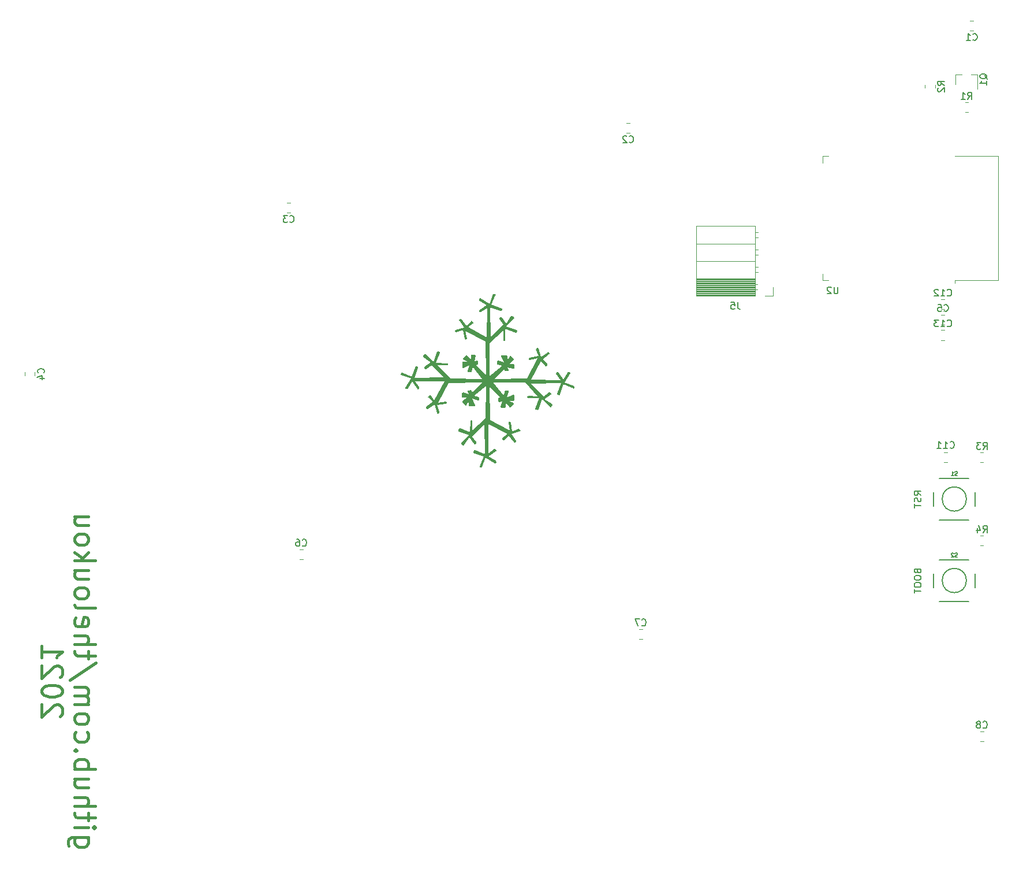
<source format=gbr>
%TF.GenerationSoftware,KiCad,Pcbnew,8.0.5*%
%TF.CreationDate,2024-11-10T11:17:44+01:00*%
%TF.ProjectId,xmasTree,786d6173-5472-4656-952e-6b696361645f,rev?*%
%TF.SameCoordinates,Original*%
%TF.FileFunction,Legend,Bot*%
%TF.FilePolarity,Positive*%
%FSLAX46Y46*%
G04 Gerber Fmt 4.6, Leading zero omitted, Abs format (unit mm)*
G04 Created by KiCad (PCBNEW 8.0.5) date 2024-11-10 11:17:44*
%MOMM*%
%LPD*%
G01*
G04 APERTURE LIST*
%ADD10C,0.400000*%
%ADD11C,0.150000*%
%ADD12C,0.127000*%
%ADD13C,0.200000*%
%ADD14C,0.120000*%
%ADD15C,0.203200*%
G04 APERTURE END LIST*
D10*
X89915858Y-146072544D02*
X87487287Y-146072544D01*
X87487287Y-146072544D02*
X87201573Y-146215401D01*
X87201573Y-146215401D02*
X87058716Y-146358258D01*
X87058716Y-146358258D02*
X86915858Y-146643972D01*
X86915858Y-146643972D02*
X86915858Y-147072544D01*
X86915858Y-147072544D02*
X87058716Y-147358258D01*
X88058716Y-146072544D02*
X87915858Y-146358258D01*
X87915858Y-146358258D02*
X87915858Y-146929686D01*
X87915858Y-146929686D02*
X88058716Y-147215401D01*
X88058716Y-147215401D02*
X88201573Y-147358258D01*
X88201573Y-147358258D02*
X88487287Y-147501115D01*
X88487287Y-147501115D02*
X89344430Y-147501115D01*
X89344430Y-147501115D02*
X89630144Y-147358258D01*
X89630144Y-147358258D02*
X89773001Y-147215401D01*
X89773001Y-147215401D02*
X89915858Y-146929686D01*
X89915858Y-146929686D02*
X89915858Y-146358258D01*
X89915858Y-146358258D02*
X89773001Y-146072544D01*
X87915858Y-144643972D02*
X89915858Y-144643972D01*
X90915858Y-144643972D02*
X90773001Y-144786829D01*
X90773001Y-144786829D02*
X90630144Y-144643972D01*
X90630144Y-144643972D02*
X90773001Y-144501115D01*
X90773001Y-144501115D02*
X90915858Y-144643972D01*
X90915858Y-144643972D02*
X90630144Y-144643972D01*
X89915858Y-143643972D02*
X89915858Y-142501115D01*
X90915858Y-143215401D02*
X88344430Y-143215401D01*
X88344430Y-143215401D02*
X88058716Y-143072544D01*
X88058716Y-143072544D02*
X87915858Y-142786829D01*
X87915858Y-142786829D02*
X87915858Y-142501115D01*
X87915858Y-141501115D02*
X90915858Y-141501115D01*
X87915858Y-140215401D02*
X89487287Y-140215401D01*
X89487287Y-140215401D02*
X89773001Y-140358258D01*
X89773001Y-140358258D02*
X89915858Y-140643972D01*
X89915858Y-140643972D02*
X89915858Y-141072543D01*
X89915858Y-141072543D02*
X89773001Y-141358258D01*
X89773001Y-141358258D02*
X89630144Y-141501115D01*
X89915858Y-137501115D02*
X87915858Y-137501115D01*
X89915858Y-138786829D02*
X88344430Y-138786829D01*
X88344430Y-138786829D02*
X88058716Y-138643972D01*
X88058716Y-138643972D02*
X87915858Y-138358257D01*
X87915858Y-138358257D02*
X87915858Y-137929686D01*
X87915858Y-137929686D02*
X88058716Y-137643972D01*
X88058716Y-137643972D02*
X88201573Y-137501115D01*
X87915858Y-136072543D02*
X90915858Y-136072543D01*
X89773001Y-136072543D02*
X89915858Y-135786829D01*
X89915858Y-135786829D02*
X89915858Y-135215400D01*
X89915858Y-135215400D02*
X89773001Y-134929686D01*
X89773001Y-134929686D02*
X89630144Y-134786829D01*
X89630144Y-134786829D02*
X89344430Y-134643971D01*
X89344430Y-134643971D02*
X88487287Y-134643971D01*
X88487287Y-134643971D02*
X88201573Y-134786829D01*
X88201573Y-134786829D02*
X88058716Y-134929686D01*
X88058716Y-134929686D02*
X87915858Y-135215400D01*
X87915858Y-135215400D02*
X87915858Y-135786829D01*
X87915858Y-135786829D02*
X88058716Y-136072543D01*
X88201573Y-133358257D02*
X88058716Y-133215400D01*
X88058716Y-133215400D02*
X87915858Y-133358257D01*
X87915858Y-133358257D02*
X88058716Y-133501114D01*
X88058716Y-133501114D02*
X88201573Y-133358257D01*
X88201573Y-133358257D02*
X87915858Y-133358257D01*
X88058716Y-130643972D02*
X87915858Y-130929686D01*
X87915858Y-130929686D02*
X87915858Y-131501114D01*
X87915858Y-131501114D02*
X88058716Y-131786829D01*
X88058716Y-131786829D02*
X88201573Y-131929686D01*
X88201573Y-131929686D02*
X88487287Y-132072543D01*
X88487287Y-132072543D02*
X89344430Y-132072543D01*
X89344430Y-132072543D02*
X89630144Y-131929686D01*
X89630144Y-131929686D02*
X89773001Y-131786829D01*
X89773001Y-131786829D02*
X89915858Y-131501114D01*
X89915858Y-131501114D02*
X89915858Y-130929686D01*
X89915858Y-130929686D02*
X89773001Y-130643972D01*
X87915858Y-128929685D02*
X88058716Y-129215400D01*
X88058716Y-129215400D02*
X88201573Y-129358257D01*
X88201573Y-129358257D02*
X88487287Y-129501114D01*
X88487287Y-129501114D02*
X89344430Y-129501114D01*
X89344430Y-129501114D02*
X89630144Y-129358257D01*
X89630144Y-129358257D02*
X89773001Y-129215400D01*
X89773001Y-129215400D02*
X89915858Y-128929685D01*
X89915858Y-128929685D02*
X89915858Y-128501114D01*
X89915858Y-128501114D02*
X89773001Y-128215400D01*
X89773001Y-128215400D02*
X89630144Y-128072543D01*
X89630144Y-128072543D02*
X89344430Y-127929685D01*
X89344430Y-127929685D02*
X88487287Y-127929685D01*
X88487287Y-127929685D02*
X88201573Y-128072543D01*
X88201573Y-128072543D02*
X88058716Y-128215400D01*
X88058716Y-128215400D02*
X87915858Y-128501114D01*
X87915858Y-128501114D02*
X87915858Y-128929685D01*
X87915858Y-126643971D02*
X89915858Y-126643971D01*
X89630144Y-126643971D02*
X89773001Y-126501114D01*
X89773001Y-126501114D02*
X89915858Y-126215399D01*
X89915858Y-126215399D02*
X89915858Y-125786828D01*
X89915858Y-125786828D02*
X89773001Y-125501114D01*
X89773001Y-125501114D02*
X89487287Y-125358257D01*
X89487287Y-125358257D02*
X87915858Y-125358257D01*
X89487287Y-125358257D02*
X89773001Y-125215399D01*
X89773001Y-125215399D02*
X89915858Y-124929685D01*
X89915858Y-124929685D02*
X89915858Y-124501114D01*
X89915858Y-124501114D02*
X89773001Y-124215399D01*
X89773001Y-124215399D02*
X89487287Y-124072542D01*
X89487287Y-124072542D02*
X87915858Y-124072542D01*
X91058716Y-120501114D02*
X87201573Y-123072542D01*
X89915858Y-119929685D02*
X89915858Y-118786828D01*
X90915858Y-119501114D02*
X88344430Y-119501114D01*
X88344430Y-119501114D02*
X88058716Y-119358257D01*
X88058716Y-119358257D02*
X87915858Y-119072542D01*
X87915858Y-119072542D02*
X87915858Y-118786828D01*
X87915858Y-117786828D02*
X90915858Y-117786828D01*
X87915858Y-116501114D02*
X89487287Y-116501114D01*
X89487287Y-116501114D02*
X89773001Y-116643971D01*
X89773001Y-116643971D02*
X89915858Y-116929685D01*
X89915858Y-116929685D02*
X89915858Y-117358256D01*
X89915858Y-117358256D02*
X89773001Y-117643971D01*
X89773001Y-117643971D02*
X89630144Y-117786828D01*
X88058716Y-113929685D02*
X87915858Y-114215399D01*
X87915858Y-114215399D02*
X87915858Y-114786828D01*
X87915858Y-114786828D02*
X88058716Y-115072542D01*
X88058716Y-115072542D02*
X88344430Y-115215399D01*
X88344430Y-115215399D02*
X89487287Y-115215399D01*
X89487287Y-115215399D02*
X89773001Y-115072542D01*
X89773001Y-115072542D02*
X89915858Y-114786828D01*
X89915858Y-114786828D02*
X89915858Y-114215399D01*
X89915858Y-114215399D02*
X89773001Y-113929685D01*
X89773001Y-113929685D02*
X89487287Y-113786828D01*
X89487287Y-113786828D02*
X89201573Y-113786828D01*
X89201573Y-113786828D02*
X88915858Y-115215399D01*
X87915858Y-112072541D02*
X88058716Y-112358256D01*
X88058716Y-112358256D02*
X88344430Y-112501113D01*
X88344430Y-112501113D02*
X90915858Y-112501113D01*
X87915858Y-110501112D02*
X88058716Y-110786827D01*
X88058716Y-110786827D02*
X88201573Y-110929684D01*
X88201573Y-110929684D02*
X88487287Y-111072541D01*
X88487287Y-111072541D02*
X89344430Y-111072541D01*
X89344430Y-111072541D02*
X89630144Y-110929684D01*
X89630144Y-110929684D02*
X89773001Y-110786827D01*
X89773001Y-110786827D02*
X89915858Y-110501112D01*
X89915858Y-110501112D02*
X89915858Y-110072541D01*
X89915858Y-110072541D02*
X89773001Y-109786827D01*
X89773001Y-109786827D02*
X89630144Y-109643970D01*
X89630144Y-109643970D02*
X89344430Y-109501112D01*
X89344430Y-109501112D02*
X88487287Y-109501112D01*
X88487287Y-109501112D02*
X88201573Y-109643970D01*
X88201573Y-109643970D02*
X88058716Y-109786827D01*
X88058716Y-109786827D02*
X87915858Y-110072541D01*
X87915858Y-110072541D02*
X87915858Y-110501112D01*
X89915858Y-106929684D02*
X87915858Y-106929684D01*
X89915858Y-108215398D02*
X88344430Y-108215398D01*
X88344430Y-108215398D02*
X88058716Y-108072541D01*
X88058716Y-108072541D02*
X87915858Y-107786826D01*
X87915858Y-107786826D02*
X87915858Y-107358255D01*
X87915858Y-107358255D02*
X88058716Y-107072541D01*
X88058716Y-107072541D02*
X88201573Y-106929684D01*
X87915858Y-105501112D02*
X90915858Y-105501112D01*
X89058716Y-105215398D02*
X87915858Y-104358255D01*
X89915858Y-104358255D02*
X88773001Y-105501112D01*
X87915858Y-102643969D02*
X88058716Y-102929684D01*
X88058716Y-102929684D02*
X88201573Y-103072541D01*
X88201573Y-103072541D02*
X88487287Y-103215398D01*
X88487287Y-103215398D02*
X89344430Y-103215398D01*
X89344430Y-103215398D02*
X89630144Y-103072541D01*
X89630144Y-103072541D02*
X89773001Y-102929684D01*
X89773001Y-102929684D02*
X89915858Y-102643969D01*
X89915858Y-102643969D02*
X89915858Y-102215398D01*
X89915858Y-102215398D02*
X89773001Y-101929684D01*
X89773001Y-101929684D02*
X89630144Y-101786827D01*
X89630144Y-101786827D02*
X89344430Y-101643969D01*
X89344430Y-101643969D02*
X88487287Y-101643969D01*
X88487287Y-101643969D02*
X88201573Y-101786827D01*
X88201573Y-101786827D02*
X88058716Y-101929684D01*
X88058716Y-101929684D02*
X87915858Y-102215398D01*
X87915858Y-102215398D02*
X87915858Y-102643969D01*
X89915858Y-99072541D02*
X87915858Y-99072541D01*
X89915858Y-100358255D02*
X88344430Y-100358255D01*
X88344430Y-100358255D02*
X88058716Y-100215398D01*
X88058716Y-100215398D02*
X87915858Y-99929683D01*
X87915858Y-99929683D02*
X87915858Y-99501112D01*
X87915858Y-99501112D02*
X88058716Y-99215398D01*
X88058716Y-99215398D02*
X88201573Y-99072541D01*
X85800312Y-128358257D02*
X85943169Y-128215400D01*
X85943169Y-128215400D02*
X86086026Y-127929686D01*
X86086026Y-127929686D02*
X86086026Y-127215400D01*
X86086026Y-127215400D02*
X85943169Y-126929686D01*
X85943169Y-126929686D02*
X85800312Y-126786828D01*
X85800312Y-126786828D02*
X85514598Y-126643971D01*
X85514598Y-126643971D02*
X85228884Y-126643971D01*
X85228884Y-126643971D02*
X84800312Y-126786828D01*
X84800312Y-126786828D02*
X83086026Y-128501114D01*
X83086026Y-128501114D02*
X83086026Y-126643971D01*
X86086026Y-124786828D02*
X86086026Y-124501114D01*
X86086026Y-124501114D02*
X85943169Y-124215400D01*
X85943169Y-124215400D02*
X85800312Y-124072543D01*
X85800312Y-124072543D02*
X85514598Y-123929685D01*
X85514598Y-123929685D02*
X84943169Y-123786828D01*
X84943169Y-123786828D02*
X84228884Y-123786828D01*
X84228884Y-123786828D02*
X83657455Y-123929685D01*
X83657455Y-123929685D02*
X83371741Y-124072543D01*
X83371741Y-124072543D02*
X83228884Y-124215400D01*
X83228884Y-124215400D02*
X83086026Y-124501114D01*
X83086026Y-124501114D02*
X83086026Y-124786828D01*
X83086026Y-124786828D02*
X83228884Y-125072543D01*
X83228884Y-125072543D02*
X83371741Y-125215400D01*
X83371741Y-125215400D02*
X83657455Y-125358257D01*
X83657455Y-125358257D02*
X84228884Y-125501114D01*
X84228884Y-125501114D02*
X84943169Y-125501114D01*
X84943169Y-125501114D02*
X85514598Y-125358257D01*
X85514598Y-125358257D02*
X85800312Y-125215400D01*
X85800312Y-125215400D02*
X85943169Y-125072543D01*
X85943169Y-125072543D02*
X86086026Y-124786828D01*
X85800312Y-122643971D02*
X85943169Y-122501114D01*
X85943169Y-122501114D02*
X86086026Y-122215400D01*
X86086026Y-122215400D02*
X86086026Y-121501114D01*
X86086026Y-121501114D02*
X85943169Y-121215400D01*
X85943169Y-121215400D02*
X85800312Y-121072542D01*
X85800312Y-121072542D02*
X85514598Y-120929685D01*
X85514598Y-120929685D02*
X85228884Y-120929685D01*
X85228884Y-120929685D02*
X84800312Y-121072542D01*
X84800312Y-121072542D02*
X83086026Y-122786828D01*
X83086026Y-122786828D02*
X83086026Y-120929685D01*
X83086026Y-118072542D02*
X83086026Y-119786828D01*
X83086026Y-118929685D02*
X86086026Y-118929685D01*
X86086026Y-118929685D02*
X85657455Y-119215399D01*
X85657455Y-119215399D02*
X85371741Y-119501114D01*
X85371741Y-119501114D02*
X85228884Y-119786828D01*
D11*
X185138333Y-67669819D02*
X185138333Y-68384104D01*
X185138333Y-68384104D02*
X185185952Y-68526961D01*
X185185952Y-68526961D02*
X185281190Y-68622200D01*
X185281190Y-68622200D02*
X185424047Y-68669819D01*
X185424047Y-68669819D02*
X185519285Y-68669819D01*
X184185952Y-67669819D02*
X184662142Y-67669819D01*
X184662142Y-67669819D02*
X184709761Y-68146009D01*
X184709761Y-68146009D02*
X184662142Y-68098390D01*
X184662142Y-68098390D02*
X184566904Y-68050771D01*
X184566904Y-68050771D02*
X184328809Y-68050771D01*
X184328809Y-68050771D02*
X184233571Y-68098390D01*
X184233571Y-68098390D02*
X184185952Y-68146009D01*
X184185952Y-68146009D02*
X184138333Y-68241247D01*
X184138333Y-68241247D02*
X184138333Y-68479342D01*
X184138333Y-68479342D02*
X184185952Y-68574580D01*
X184185952Y-68574580D02*
X184233571Y-68622200D01*
X184233571Y-68622200D02*
X184328809Y-68669819D01*
X184328809Y-68669819D02*
X184566904Y-68669819D01*
X184566904Y-68669819D02*
X184662142Y-68622200D01*
X184662142Y-68622200D02*
X184709761Y-68574580D01*
X199849904Y-65436819D02*
X199849904Y-66246342D01*
X199849904Y-66246342D02*
X199802285Y-66341580D01*
X199802285Y-66341580D02*
X199754666Y-66389200D01*
X199754666Y-66389200D02*
X199659428Y-66436819D01*
X199659428Y-66436819D02*
X199468952Y-66436819D01*
X199468952Y-66436819D02*
X199373714Y-66389200D01*
X199373714Y-66389200D02*
X199326095Y-66341580D01*
X199326095Y-66341580D02*
X199278476Y-66246342D01*
X199278476Y-66246342D02*
X199278476Y-65436819D01*
X198849904Y-65532057D02*
X198802285Y-65484438D01*
X198802285Y-65484438D02*
X198707047Y-65436819D01*
X198707047Y-65436819D02*
X198468952Y-65436819D01*
X198468952Y-65436819D02*
X198373714Y-65484438D01*
X198373714Y-65484438D02*
X198326095Y-65532057D01*
X198326095Y-65532057D02*
X198278476Y-65627295D01*
X198278476Y-65627295D02*
X198278476Y-65722533D01*
X198278476Y-65722533D02*
X198326095Y-65865390D01*
X198326095Y-65865390D02*
X198897523Y-66436819D01*
X198897523Y-66436819D02*
X198278476Y-66436819D01*
X215464819Y-35885333D02*
X214988628Y-35552000D01*
X215464819Y-35313905D02*
X214464819Y-35313905D01*
X214464819Y-35313905D02*
X214464819Y-35694857D01*
X214464819Y-35694857D02*
X214512438Y-35790095D01*
X214512438Y-35790095D02*
X214560057Y-35837714D01*
X214560057Y-35837714D02*
X214655295Y-35885333D01*
X214655295Y-35885333D02*
X214798152Y-35885333D01*
X214798152Y-35885333D02*
X214893390Y-35837714D01*
X214893390Y-35837714D02*
X214941009Y-35790095D01*
X214941009Y-35790095D02*
X214988628Y-35694857D01*
X214988628Y-35694857D02*
X214988628Y-35313905D01*
X214560057Y-36266286D02*
X214512438Y-36313905D01*
X214512438Y-36313905D02*
X214464819Y-36409143D01*
X214464819Y-36409143D02*
X214464819Y-36647238D01*
X214464819Y-36647238D02*
X214512438Y-36742476D01*
X214512438Y-36742476D02*
X214560057Y-36790095D01*
X214560057Y-36790095D02*
X214655295Y-36837714D01*
X214655295Y-36837714D02*
X214750533Y-36837714D01*
X214750533Y-36837714D02*
X214893390Y-36790095D01*
X214893390Y-36790095D02*
X215464819Y-36218667D01*
X215464819Y-36218667D02*
X215464819Y-36837714D01*
X219651966Y-29217580D02*
X219699585Y-29265200D01*
X219699585Y-29265200D02*
X219842442Y-29312819D01*
X219842442Y-29312819D02*
X219937680Y-29312819D01*
X219937680Y-29312819D02*
X220080537Y-29265200D01*
X220080537Y-29265200D02*
X220175775Y-29169961D01*
X220175775Y-29169961D02*
X220223394Y-29074723D01*
X220223394Y-29074723D02*
X220271013Y-28884247D01*
X220271013Y-28884247D02*
X220271013Y-28741390D01*
X220271013Y-28741390D02*
X220223394Y-28550914D01*
X220223394Y-28550914D02*
X220175775Y-28455676D01*
X220175775Y-28455676D02*
X220080537Y-28360438D01*
X220080537Y-28360438D02*
X219937680Y-28312819D01*
X219937680Y-28312819D02*
X219842442Y-28312819D01*
X219842442Y-28312819D02*
X219699585Y-28360438D01*
X219699585Y-28360438D02*
X219651966Y-28408057D01*
X218699585Y-29312819D02*
X219271013Y-29312819D01*
X218985299Y-29312819D02*
X218985299Y-28312819D01*
X218985299Y-28312819D02*
X219080537Y-28455676D01*
X219080537Y-28455676D02*
X219175775Y-28550914D01*
X219175775Y-28550914D02*
X219271013Y-28598533D01*
X169232966Y-44203580D02*
X169280585Y-44251200D01*
X169280585Y-44251200D02*
X169423442Y-44298819D01*
X169423442Y-44298819D02*
X169518680Y-44298819D01*
X169518680Y-44298819D02*
X169661537Y-44251200D01*
X169661537Y-44251200D02*
X169756775Y-44155961D01*
X169756775Y-44155961D02*
X169804394Y-44060723D01*
X169804394Y-44060723D02*
X169852013Y-43870247D01*
X169852013Y-43870247D02*
X169852013Y-43727390D01*
X169852013Y-43727390D02*
X169804394Y-43536914D01*
X169804394Y-43536914D02*
X169756775Y-43441676D01*
X169756775Y-43441676D02*
X169661537Y-43346438D01*
X169661537Y-43346438D02*
X169518680Y-43298819D01*
X169518680Y-43298819D02*
X169423442Y-43298819D01*
X169423442Y-43298819D02*
X169280585Y-43346438D01*
X169280585Y-43346438D02*
X169232966Y-43394057D01*
X168852013Y-43394057D02*
X168804394Y-43346438D01*
X168804394Y-43346438D02*
X168709156Y-43298819D01*
X168709156Y-43298819D02*
X168471061Y-43298819D01*
X168471061Y-43298819D02*
X168375823Y-43346438D01*
X168375823Y-43346438D02*
X168328204Y-43394057D01*
X168328204Y-43394057D02*
X168280585Y-43489295D01*
X168280585Y-43489295D02*
X168280585Y-43584533D01*
X168280585Y-43584533D02*
X168328204Y-43727390D01*
X168328204Y-43727390D02*
X168899632Y-44298819D01*
X168899632Y-44298819D02*
X168280585Y-44298819D01*
X221744057Y-34956761D02*
X221696438Y-34861523D01*
X221696438Y-34861523D02*
X221601200Y-34766285D01*
X221601200Y-34766285D02*
X221458342Y-34623428D01*
X221458342Y-34623428D02*
X221410723Y-34528190D01*
X221410723Y-34528190D02*
X221410723Y-34432952D01*
X221648819Y-34480571D02*
X221601200Y-34385333D01*
X221601200Y-34385333D02*
X221505961Y-34290095D01*
X221505961Y-34290095D02*
X221315485Y-34242476D01*
X221315485Y-34242476D02*
X220982152Y-34242476D01*
X220982152Y-34242476D02*
X220791676Y-34290095D01*
X220791676Y-34290095D02*
X220696438Y-34385333D01*
X220696438Y-34385333D02*
X220648819Y-34480571D01*
X220648819Y-34480571D02*
X220648819Y-34671047D01*
X220648819Y-34671047D02*
X220696438Y-34766285D01*
X220696438Y-34766285D02*
X220791676Y-34861523D01*
X220791676Y-34861523D02*
X220982152Y-34909142D01*
X220982152Y-34909142D02*
X221315485Y-34909142D01*
X221315485Y-34909142D02*
X221505961Y-34861523D01*
X221505961Y-34861523D02*
X221601200Y-34766285D01*
X221601200Y-34766285D02*
X221648819Y-34671047D01*
X221648819Y-34671047D02*
X221648819Y-34480571D01*
X221648819Y-35861523D02*
X221648819Y-35290095D01*
X221648819Y-35575809D02*
X220648819Y-35575809D01*
X220648819Y-35575809D02*
X220791676Y-35480571D01*
X220791676Y-35480571D02*
X220886914Y-35385333D01*
X220886914Y-35385333D02*
X220934533Y-35290095D01*
X121303166Y-103327580D02*
X121350785Y-103375200D01*
X121350785Y-103375200D02*
X121493642Y-103422819D01*
X121493642Y-103422819D02*
X121588880Y-103422819D01*
X121588880Y-103422819D02*
X121731737Y-103375200D01*
X121731737Y-103375200D02*
X121826975Y-103279961D01*
X121826975Y-103279961D02*
X121874594Y-103184723D01*
X121874594Y-103184723D02*
X121922213Y-102994247D01*
X121922213Y-102994247D02*
X121922213Y-102851390D01*
X121922213Y-102851390D02*
X121874594Y-102660914D01*
X121874594Y-102660914D02*
X121826975Y-102565676D01*
X121826975Y-102565676D02*
X121731737Y-102470438D01*
X121731737Y-102470438D02*
X121588880Y-102422819D01*
X121588880Y-102422819D02*
X121493642Y-102422819D01*
X121493642Y-102422819D02*
X121350785Y-102470438D01*
X121350785Y-102470438D02*
X121303166Y-102518057D01*
X120446023Y-102422819D02*
X120636499Y-102422819D01*
X120636499Y-102422819D02*
X120731737Y-102470438D01*
X120731737Y-102470438D02*
X120779356Y-102518057D01*
X120779356Y-102518057D02*
X120874594Y-102660914D01*
X120874594Y-102660914D02*
X120922213Y-102851390D01*
X120922213Y-102851390D02*
X120922213Y-103232342D01*
X120922213Y-103232342D02*
X120874594Y-103327580D01*
X120874594Y-103327580D02*
X120826975Y-103375200D01*
X120826975Y-103375200D02*
X120731737Y-103422819D01*
X120731737Y-103422819D02*
X120541261Y-103422819D01*
X120541261Y-103422819D02*
X120446023Y-103375200D01*
X120446023Y-103375200D02*
X120398404Y-103327580D01*
X120398404Y-103327580D02*
X120350785Y-103232342D01*
X120350785Y-103232342D02*
X120350785Y-102994247D01*
X120350785Y-102994247D02*
X120398404Y-102899009D01*
X120398404Y-102899009D02*
X120446023Y-102851390D01*
X120446023Y-102851390D02*
X120541261Y-102803771D01*
X120541261Y-102803771D02*
X120731737Y-102803771D01*
X120731737Y-102803771D02*
X120826975Y-102851390D01*
X120826975Y-102851390D02*
X120874594Y-102899009D01*
X120874594Y-102899009D02*
X120922213Y-102994247D01*
X171087166Y-115011580D02*
X171134785Y-115059200D01*
X171134785Y-115059200D02*
X171277642Y-115106819D01*
X171277642Y-115106819D02*
X171372880Y-115106819D01*
X171372880Y-115106819D02*
X171515737Y-115059200D01*
X171515737Y-115059200D02*
X171610975Y-114963961D01*
X171610975Y-114963961D02*
X171658594Y-114868723D01*
X171658594Y-114868723D02*
X171706213Y-114678247D01*
X171706213Y-114678247D02*
X171706213Y-114535390D01*
X171706213Y-114535390D02*
X171658594Y-114344914D01*
X171658594Y-114344914D02*
X171610975Y-114249676D01*
X171610975Y-114249676D02*
X171515737Y-114154438D01*
X171515737Y-114154438D02*
X171372880Y-114106819D01*
X171372880Y-114106819D02*
X171277642Y-114106819D01*
X171277642Y-114106819D02*
X171134785Y-114154438D01*
X171134785Y-114154438D02*
X171087166Y-114202057D01*
X170753832Y-114106819D02*
X170087166Y-114106819D01*
X170087166Y-114106819D02*
X170515737Y-115106819D01*
X221125166Y-129997580D02*
X221172785Y-130045200D01*
X221172785Y-130045200D02*
X221315642Y-130092819D01*
X221315642Y-130092819D02*
X221410880Y-130092819D01*
X221410880Y-130092819D02*
X221553737Y-130045200D01*
X221553737Y-130045200D02*
X221648975Y-129949961D01*
X221648975Y-129949961D02*
X221696594Y-129854723D01*
X221696594Y-129854723D02*
X221744213Y-129664247D01*
X221744213Y-129664247D02*
X221744213Y-129521390D01*
X221744213Y-129521390D02*
X221696594Y-129330914D01*
X221696594Y-129330914D02*
X221648975Y-129235676D01*
X221648975Y-129235676D02*
X221553737Y-129140438D01*
X221553737Y-129140438D02*
X221410880Y-129092819D01*
X221410880Y-129092819D02*
X221315642Y-129092819D01*
X221315642Y-129092819D02*
X221172785Y-129140438D01*
X221172785Y-129140438D02*
X221125166Y-129188057D01*
X220553737Y-129521390D02*
X220648975Y-129473771D01*
X220648975Y-129473771D02*
X220696594Y-129426152D01*
X220696594Y-129426152D02*
X220744213Y-129330914D01*
X220744213Y-129330914D02*
X220744213Y-129283295D01*
X220744213Y-129283295D02*
X220696594Y-129188057D01*
X220696594Y-129188057D02*
X220648975Y-129140438D01*
X220648975Y-129140438D02*
X220553737Y-129092819D01*
X220553737Y-129092819D02*
X220363261Y-129092819D01*
X220363261Y-129092819D02*
X220268023Y-129140438D01*
X220268023Y-129140438D02*
X220220404Y-129188057D01*
X220220404Y-129188057D02*
X220172785Y-129283295D01*
X220172785Y-129283295D02*
X220172785Y-129330914D01*
X220172785Y-129330914D02*
X220220404Y-129426152D01*
X220220404Y-129426152D02*
X220268023Y-129473771D01*
X220268023Y-129473771D02*
X220363261Y-129521390D01*
X220363261Y-129521390D02*
X220553737Y-129521390D01*
X220553737Y-129521390D02*
X220648975Y-129569009D01*
X220648975Y-129569009D02*
X220696594Y-129616628D01*
X220696594Y-129616628D02*
X220744213Y-129711866D01*
X220744213Y-129711866D02*
X220744213Y-129902342D01*
X220744213Y-129902342D02*
X220696594Y-129997580D01*
X220696594Y-129997580D02*
X220648975Y-130045200D01*
X220648975Y-130045200D02*
X220553737Y-130092819D01*
X220553737Y-130092819D02*
X220363261Y-130092819D01*
X220363261Y-130092819D02*
X220268023Y-130045200D01*
X220268023Y-130045200D02*
X220220404Y-129997580D01*
X220220404Y-129997580D02*
X220172785Y-129902342D01*
X220172785Y-129902342D02*
X220172785Y-129711866D01*
X220172785Y-129711866D02*
X220220404Y-129616628D01*
X220220404Y-129616628D02*
X220268023Y-129569009D01*
X220268023Y-129569009D02*
X220363261Y-129521390D01*
X221130666Y-89228819D02*
X221463999Y-88752628D01*
X221702094Y-89228819D02*
X221702094Y-88228819D01*
X221702094Y-88228819D02*
X221321142Y-88228819D01*
X221321142Y-88228819D02*
X221225904Y-88276438D01*
X221225904Y-88276438D02*
X221178285Y-88324057D01*
X221178285Y-88324057D02*
X221130666Y-88419295D01*
X221130666Y-88419295D02*
X221130666Y-88562152D01*
X221130666Y-88562152D02*
X221178285Y-88657390D01*
X221178285Y-88657390D02*
X221225904Y-88705009D01*
X221225904Y-88705009D02*
X221321142Y-88752628D01*
X221321142Y-88752628D02*
X221702094Y-88752628D01*
X220797332Y-88228819D02*
X220178285Y-88228819D01*
X220178285Y-88228819D02*
X220511618Y-88609771D01*
X220511618Y-88609771D02*
X220368761Y-88609771D01*
X220368761Y-88609771D02*
X220273523Y-88657390D01*
X220273523Y-88657390D02*
X220225904Y-88705009D01*
X220225904Y-88705009D02*
X220178285Y-88800247D01*
X220178285Y-88800247D02*
X220178285Y-89038342D01*
X220178285Y-89038342D02*
X220225904Y-89133580D01*
X220225904Y-89133580D02*
X220273523Y-89181200D01*
X220273523Y-89181200D02*
X220368761Y-89228819D01*
X220368761Y-89228819D02*
X220654475Y-89228819D01*
X220654475Y-89228819D02*
X220749713Y-89181200D01*
X220749713Y-89181200D02*
X220797332Y-89133580D01*
X83370380Y-78036033D02*
X83418000Y-77988414D01*
X83418000Y-77988414D02*
X83465619Y-77845557D01*
X83465619Y-77845557D02*
X83465619Y-77750319D01*
X83465619Y-77750319D02*
X83418000Y-77607462D01*
X83418000Y-77607462D02*
X83322761Y-77512224D01*
X83322761Y-77512224D02*
X83227523Y-77464605D01*
X83227523Y-77464605D02*
X83037047Y-77416986D01*
X83037047Y-77416986D02*
X82894190Y-77416986D01*
X82894190Y-77416986D02*
X82703714Y-77464605D01*
X82703714Y-77464605D02*
X82608476Y-77512224D01*
X82608476Y-77512224D02*
X82513238Y-77607462D01*
X82513238Y-77607462D02*
X82465619Y-77750319D01*
X82465619Y-77750319D02*
X82465619Y-77845557D01*
X82465619Y-77845557D02*
X82513238Y-77988414D01*
X82513238Y-77988414D02*
X82560857Y-78036033D01*
X82798952Y-78893176D02*
X83465619Y-78893176D01*
X82418000Y-78655081D02*
X83132285Y-78416986D01*
X83132285Y-78416986D02*
X83132285Y-79036033D01*
X215416666Y-68929580D02*
X215464285Y-68977200D01*
X215464285Y-68977200D02*
X215607142Y-69024819D01*
X215607142Y-69024819D02*
X215702380Y-69024819D01*
X215702380Y-69024819D02*
X215845237Y-68977200D01*
X215845237Y-68977200D02*
X215940475Y-68881961D01*
X215940475Y-68881961D02*
X215988094Y-68786723D01*
X215988094Y-68786723D02*
X216035713Y-68596247D01*
X216035713Y-68596247D02*
X216035713Y-68453390D01*
X216035713Y-68453390D02*
X215988094Y-68262914D01*
X215988094Y-68262914D02*
X215940475Y-68167676D01*
X215940475Y-68167676D02*
X215845237Y-68072438D01*
X215845237Y-68072438D02*
X215702380Y-68024819D01*
X215702380Y-68024819D02*
X215607142Y-68024819D01*
X215607142Y-68024819D02*
X215464285Y-68072438D01*
X215464285Y-68072438D02*
X215416666Y-68120057D01*
X214511904Y-68024819D02*
X214988094Y-68024819D01*
X214988094Y-68024819D02*
X215035713Y-68501009D01*
X215035713Y-68501009D02*
X214988094Y-68453390D01*
X214988094Y-68453390D02*
X214892856Y-68405771D01*
X214892856Y-68405771D02*
X214654761Y-68405771D01*
X214654761Y-68405771D02*
X214559523Y-68453390D01*
X214559523Y-68453390D02*
X214511904Y-68501009D01*
X214511904Y-68501009D02*
X214464285Y-68596247D01*
X214464285Y-68596247D02*
X214464285Y-68834342D01*
X214464285Y-68834342D02*
X214511904Y-68929580D01*
X214511904Y-68929580D02*
X214559523Y-68977200D01*
X214559523Y-68977200D02*
X214654761Y-69024819D01*
X214654761Y-69024819D02*
X214892856Y-69024819D01*
X214892856Y-69024819D02*
X214988094Y-68977200D01*
X214988094Y-68977200D02*
X215035713Y-68929580D01*
X218876666Y-37920819D02*
X219209999Y-37444628D01*
X219448094Y-37920819D02*
X219448094Y-36920819D01*
X219448094Y-36920819D02*
X219067142Y-36920819D01*
X219067142Y-36920819D02*
X218971904Y-36968438D01*
X218971904Y-36968438D02*
X218924285Y-37016057D01*
X218924285Y-37016057D02*
X218876666Y-37111295D01*
X218876666Y-37111295D02*
X218876666Y-37254152D01*
X218876666Y-37254152D02*
X218924285Y-37349390D01*
X218924285Y-37349390D02*
X218971904Y-37397009D01*
X218971904Y-37397009D02*
X219067142Y-37444628D01*
X219067142Y-37444628D02*
X219448094Y-37444628D01*
X217924285Y-37920819D02*
X218495713Y-37920819D01*
X218209999Y-37920819D02*
X218209999Y-36920819D01*
X218209999Y-36920819D02*
X218305237Y-37063676D01*
X218305237Y-37063676D02*
X218400475Y-37158914D01*
X218400475Y-37158914D02*
X218495713Y-37206533D01*
X119448966Y-55887580D02*
X119496585Y-55935200D01*
X119496585Y-55935200D02*
X119639442Y-55982819D01*
X119639442Y-55982819D02*
X119734680Y-55982819D01*
X119734680Y-55982819D02*
X119877537Y-55935200D01*
X119877537Y-55935200D02*
X119972775Y-55839961D01*
X119972775Y-55839961D02*
X120020394Y-55744723D01*
X120020394Y-55744723D02*
X120068013Y-55554247D01*
X120068013Y-55554247D02*
X120068013Y-55411390D01*
X120068013Y-55411390D02*
X120020394Y-55220914D01*
X120020394Y-55220914D02*
X119972775Y-55125676D01*
X119972775Y-55125676D02*
X119877537Y-55030438D01*
X119877537Y-55030438D02*
X119734680Y-54982819D01*
X119734680Y-54982819D02*
X119639442Y-54982819D01*
X119639442Y-54982819D02*
X119496585Y-55030438D01*
X119496585Y-55030438D02*
X119448966Y-55078057D01*
X119115632Y-54982819D02*
X118496585Y-54982819D01*
X118496585Y-54982819D02*
X118829918Y-55363771D01*
X118829918Y-55363771D02*
X118687061Y-55363771D01*
X118687061Y-55363771D02*
X118591823Y-55411390D01*
X118591823Y-55411390D02*
X118544204Y-55459009D01*
X118544204Y-55459009D02*
X118496585Y-55554247D01*
X118496585Y-55554247D02*
X118496585Y-55792342D01*
X118496585Y-55792342D02*
X118544204Y-55887580D01*
X118544204Y-55887580D02*
X118591823Y-55935200D01*
X118591823Y-55935200D02*
X118687061Y-55982819D01*
X118687061Y-55982819D02*
X118972775Y-55982819D01*
X118972775Y-55982819D02*
X119068013Y-55935200D01*
X119068013Y-55935200D02*
X119115632Y-55887580D01*
X221130666Y-101420819D02*
X221463999Y-100944628D01*
X221702094Y-101420819D02*
X221702094Y-100420819D01*
X221702094Y-100420819D02*
X221321142Y-100420819D01*
X221321142Y-100420819D02*
X221225904Y-100468438D01*
X221225904Y-100468438D02*
X221178285Y-100516057D01*
X221178285Y-100516057D02*
X221130666Y-100611295D01*
X221130666Y-100611295D02*
X221130666Y-100754152D01*
X221130666Y-100754152D02*
X221178285Y-100849390D01*
X221178285Y-100849390D02*
X221225904Y-100897009D01*
X221225904Y-100897009D02*
X221321142Y-100944628D01*
X221321142Y-100944628D02*
X221702094Y-100944628D01*
X220273523Y-100754152D02*
X220273523Y-101420819D01*
X220511618Y-100373200D02*
X220749713Y-101087485D01*
X220749713Y-101087485D02*
X220130666Y-101087485D01*
D12*
X217380456Y-93083380D02*
X217293371Y-93112408D01*
X217293371Y-93112408D02*
X217148228Y-93112408D01*
X217148228Y-93112408D02*
X217090171Y-93083380D01*
X217090171Y-93083380D02*
X217061142Y-93054351D01*
X217061142Y-93054351D02*
X217032113Y-92996294D01*
X217032113Y-92996294D02*
X217032113Y-92938237D01*
X217032113Y-92938237D02*
X217061142Y-92880180D01*
X217061142Y-92880180D02*
X217090171Y-92851151D01*
X217090171Y-92851151D02*
X217148228Y-92822122D01*
X217148228Y-92822122D02*
X217264342Y-92793094D01*
X217264342Y-92793094D02*
X217322399Y-92764065D01*
X217322399Y-92764065D02*
X217351428Y-92735037D01*
X217351428Y-92735037D02*
X217380456Y-92676980D01*
X217380456Y-92676980D02*
X217380456Y-92618922D01*
X217380456Y-92618922D02*
X217351428Y-92560865D01*
X217351428Y-92560865D02*
X217322399Y-92531837D01*
X217322399Y-92531837D02*
X217264342Y-92502808D01*
X217264342Y-92502808D02*
X217119199Y-92502808D01*
X217119199Y-92502808D02*
X217032113Y-92531837D01*
X216451542Y-93112408D02*
X216799885Y-93112408D01*
X216625714Y-93112408D02*
X216625714Y-92502808D01*
X216625714Y-92502808D02*
X216683771Y-92589894D01*
X216683771Y-92589894D02*
X216741828Y-92647951D01*
X216741828Y-92647951D02*
X216799885Y-92676980D01*
D13*
X212034219Y-95972380D02*
X211558028Y-95639047D01*
X212034219Y-95400952D02*
X211034219Y-95400952D01*
X211034219Y-95400952D02*
X211034219Y-95781904D01*
X211034219Y-95781904D02*
X211081838Y-95877142D01*
X211081838Y-95877142D02*
X211129457Y-95924761D01*
X211129457Y-95924761D02*
X211224695Y-95972380D01*
X211224695Y-95972380D02*
X211367552Y-95972380D01*
X211367552Y-95972380D02*
X211462790Y-95924761D01*
X211462790Y-95924761D02*
X211510409Y-95877142D01*
X211510409Y-95877142D02*
X211558028Y-95781904D01*
X211558028Y-95781904D02*
X211558028Y-95400952D01*
X211986600Y-96353333D02*
X212034219Y-96496190D01*
X212034219Y-96496190D02*
X212034219Y-96734285D01*
X212034219Y-96734285D02*
X211986600Y-96829523D01*
X211986600Y-96829523D02*
X211938980Y-96877142D01*
X211938980Y-96877142D02*
X211843742Y-96924761D01*
X211843742Y-96924761D02*
X211748504Y-96924761D01*
X211748504Y-96924761D02*
X211653266Y-96877142D01*
X211653266Y-96877142D02*
X211605647Y-96829523D01*
X211605647Y-96829523D02*
X211558028Y-96734285D01*
X211558028Y-96734285D02*
X211510409Y-96543809D01*
X211510409Y-96543809D02*
X211462790Y-96448571D01*
X211462790Y-96448571D02*
X211415171Y-96400952D01*
X211415171Y-96400952D02*
X211319933Y-96353333D01*
X211319933Y-96353333D02*
X211224695Y-96353333D01*
X211224695Y-96353333D02*
X211129457Y-96400952D01*
X211129457Y-96400952D02*
X211081838Y-96448571D01*
X211081838Y-96448571D02*
X211034219Y-96543809D01*
X211034219Y-96543809D02*
X211034219Y-96781904D01*
X211034219Y-96781904D02*
X211081838Y-96924761D01*
X211034219Y-97210476D02*
X211034219Y-97781904D01*
X212034219Y-97496190D02*
X211034219Y-97496190D01*
D12*
X217380456Y-105021380D02*
X217293371Y-105050408D01*
X217293371Y-105050408D02*
X217148228Y-105050408D01*
X217148228Y-105050408D02*
X217090171Y-105021380D01*
X217090171Y-105021380D02*
X217061142Y-104992351D01*
X217061142Y-104992351D02*
X217032113Y-104934294D01*
X217032113Y-104934294D02*
X217032113Y-104876237D01*
X217032113Y-104876237D02*
X217061142Y-104818180D01*
X217061142Y-104818180D02*
X217090171Y-104789151D01*
X217090171Y-104789151D02*
X217148228Y-104760122D01*
X217148228Y-104760122D02*
X217264342Y-104731094D01*
X217264342Y-104731094D02*
X217322399Y-104702065D01*
X217322399Y-104702065D02*
X217351428Y-104673037D01*
X217351428Y-104673037D02*
X217380456Y-104614980D01*
X217380456Y-104614980D02*
X217380456Y-104556922D01*
X217380456Y-104556922D02*
X217351428Y-104498865D01*
X217351428Y-104498865D02*
X217322399Y-104469837D01*
X217322399Y-104469837D02*
X217264342Y-104440808D01*
X217264342Y-104440808D02*
X217119199Y-104440808D01*
X217119199Y-104440808D02*
X217032113Y-104469837D01*
X216799885Y-104498865D02*
X216770857Y-104469837D01*
X216770857Y-104469837D02*
X216712800Y-104440808D01*
X216712800Y-104440808D02*
X216567657Y-104440808D01*
X216567657Y-104440808D02*
X216509600Y-104469837D01*
X216509600Y-104469837D02*
X216480571Y-104498865D01*
X216480571Y-104498865D02*
X216451542Y-104556922D01*
X216451542Y-104556922D02*
X216451542Y-104614980D01*
X216451542Y-104614980D02*
X216480571Y-104702065D01*
X216480571Y-104702065D02*
X216828914Y-105050408D01*
X216828914Y-105050408D02*
X216451542Y-105050408D01*
D13*
X211510409Y-107100857D02*
X211558028Y-107243714D01*
X211558028Y-107243714D02*
X211605647Y-107291333D01*
X211605647Y-107291333D02*
X211700885Y-107338952D01*
X211700885Y-107338952D02*
X211843742Y-107338952D01*
X211843742Y-107338952D02*
X211938980Y-107291333D01*
X211938980Y-107291333D02*
X211986600Y-107243714D01*
X211986600Y-107243714D02*
X212034219Y-107148476D01*
X212034219Y-107148476D02*
X212034219Y-106767524D01*
X212034219Y-106767524D02*
X211034219Y-106767524D01*
X211034219Y-106767524D02*
X211034219Y-107100857D01*
X211034219Y-107100857D02*
X211081838Y-107196095D01*
X211081838Y-107196095D02*
X211129457Y-107243714D01*
X211129457Y-107243714D02*
X211224695Y-107291333D01*
X211224695Y-107291333D02*
X211319933Y-107291333D01*
X211319933Y-107291333D02*
X211415171Y-107243714D01*
X211415171Y-107243714D02*
X211462790Y-107196095D01*
X211462790Y-107196095D02*
X211510409Y-107100857D01*
X211510409Y-107100857D02*
X211510409Y-106767524D01*
X211034219Y-107958000D02*
X211034219Y-108148476D01*
X211034219Y-108148476D02*
X211081838Y-108243714D01*
X211081838Y-108243714D02*
X211177076Y-108338952D01*
X211177076Y-108338952D02*
X211367552Y-108386571D01*
X211367552Y-108386571D02*
X211700885Y-108386571D01*
X211700885Y-108386571D02*
X211891361Y-108338952D01*
X211891361Y-108338952D02*
X211986600Y-108243714D01*
X211986600Y-108243714D02*
X212034219Y-108148476D01*
X212034219Y-108148476D02*
X212034219Y-107958000D01*
X212034219Y-107958000D02*
X211986600Y-107862762D01*
X211986600Y-107862762D02*
X211891361Y-107767524D01*
X211891361Y-107767524D02*
X211700885Y-107719905D01*
X211700885Y-107719905D02*
X211367552Y-107719905D01*
X211367552Y-107719905D02*
X211177076Y-107767524D01*
X211177076Y-107767524D02*
X211081838Y-107862762D01*
X211081838Y-107862762D02*
X211034219Y-107958000D01*
X211034219Y-109005619D02*
X211034219Y-109196095D01*
X211034219Y-109196095D02*
X211081838Y-109291333D01*
X211081838Y-109291333D02*
X211177076Y-109386571D01*
X211177076Y-109386571D02*
X211367552Y-109434190D01*
X211367552Y-109434190D02*
X211700885Y-109434190D01*
X211700885Y-109434190D02*
X211891361Y-109386571D01*
X211891361Y-109386571D02*
X211986600Y-109291333D01*
X211986600Y-109291333D02*
X212034219Y-109196095D01*
X212034219Y-109196095D02*
X212034219Y-109005619D01*
X212034219Y-109005619D02*
X211986600Y-108910381D01*
X211986600Y-108910381D02*
X211891361Y-108815143D01*
X211891361Y-108815143D02*
X211700885Y-108767524D01*
X211700885Y-108767524D02*
X211367552Y-108767524D01*
X211367552Y-108767524D02*
X211177076Y-108815143D01*
X211177076Y-108815143D02*
X211081838Y-108910381D01*
X211081838Y-108910381D02*
X211034219Y-109005619D01*
X211034219Y-109719905D02*
X211034219Y-110291333D01*
X212034219Y-110005619D02*
X211034219Y-110005619D01*
D11*
X216288857Y-89005580D02*
X216336476Y-89053200D01*
X216336476Y-89053200D02*
X216479333Y-89100819D01*
X216479333Y-89100819D02*
X216574571Y-89100819D01*
X216574571Y-89100819D02*
X216717428Y-89053200D01*
X216717428Y-89053200D02*
X216812666Y-88957961D01*
X216812666Y-88957961D02*
X216860285Y-88862723D01*
X216860285Y-88862723D02*
X216907904Y-88672247D01*
X216907904Y-88672247D02*
X216907904Y-88529390D01*
X216907904Y-88529390D02*
X216860285Y-88338914D01*
X216860285Y-88338914D02*
X216812666Y-88243676D01*
X216812666Y-88243676D02*
X216717428Y-88148438D01*
X216717428Y-88148438D02*
X216574571Y-88100819D01*
X216574571Y-88100819D02*
X216479333Y-88100819D01*
X216479333Y-88100819D02*
X216336476Y-88148438D01*
X216336476Y-88148438D02*
X216288857Y-88196057D01*
X215336476Y-89100819D02*
X215907904Y-89100819D01*
X215622190Y-89100819D02*
X215622190Y-88100819D01*
X215622190Y-88100819D02*
X215717428Y-88243676D01*
X215717428Y-88243676D02*
X215812666Y-88338914D01*
X215812666Y-88338914D02*
X215907904Y-88386533D01*
X214384095Y-89100819D02*
X214955523Y-89100819D01*
X214669809Y-89100819D02*
X214669809Y-88100819D01*
X214669809Y-88100819D02*
X214765047Y-88243676D01*
X214765047Y-88243676D02*
X214860285Y-88338914D01*
X214860285Y-88338914D02*
X214955523Y-88386533D01*
X215892857Y-71179580D02*
X215940476Y-71227200D01*
X215940476Y-71227200D02*
X216083333Y-71274819D01*
X216083333Y-71274819D02*
X216178571Y-71274819D01*
X216178571Y-71274819D02*
X216321428Y-71227200D01*
X216321428Y-71227200D02*
X216416666Y-71131961D01*
X216416666Y-71131961D02*
X216464285Y-71036723D01*
X216464285Y-71036723D02*
X216511904Y-70846247D01*
X216511904Y-70846247D02*
X216511904Y-70703390D01*
X216511904Y-70703390D02*
X216464285Y-70512914D01*
X216464285Y-70512914D02*
X216416666Y-70417676D01*
X216416666Y-70417676D02*
X216321428Y-70322438D01*
X216321428Y-70322438D02*
X216178571Y-70274819D01*
X216178571Y-70274819D02*
X216083333Y-70274819D01*
X216083333Y-70274819D02*
X215940476Y-70322438D01*
X215940476Y-70322438D02*
X215892857Y-70370057D01*
X214940476Y-71274819D02*
X215511904Y-71274819D01*
X215226190Y-71274819D02*
X215226190Y-70274819D01*
X215226190Y-70274819D02*
X215321428Y-70417676D01*
X215321428Y-70417676D02*
X215416666Y-70512914D01*
X215416666Y-70512914D02*
X215511904Y-70560533D01*
X214607142Y-70274819D02*
X213988095Y-70274819D01*
X213988095Y-70274819D02*
X214321428Y-70655771D01*
X214321428Y-70655771D02*
X214178571Y-70655771D01*
X214178571Y-70655771D02*
X214083333Y-70703390D01*
X214083333Y-70703390D02*
X214035714Y-70751009D01*
X214035714Y-70751009D02*
X213988095Y-70846247D01*
X213988095Y-70846247D02*
X213988095Y-71084342D01*
X213988095Y-71084342D02*
X214035714Y-71179580D01*
X214035714Y-71179580D02*
X214083333Y-71227200D01*
X214083333Y-71227200D02*
X214178571Y-71274819D01*
X214178571Y-71274819D02*
X214464285Y-71274819D01*
X214464285Y-71274819D02*
X214559523Y-71227200D01*
X214559523Y-71227200D02*
X214607142Y-71179580D01*
X215892857Y-66679580D02*
X215940476Y-66727200D01*
X215940476Y-66727200D02*
X216083333Y-66774819D01*
X216083333Y-66774819D02*
X216178571Y-66774819D01*
X216178571Y-66774819D02*
X216321428Y-66727200D01*
X216321428Y-66727200D02*
X216416666Y-66631961D01*
X216416666Y-66631961D02*
X216464285Y-66536723D01*
X216464285Y-66536723D02*
X216511904Y-66346247D01*
X216511904Y-66346247D02*
X216511904Y-66203390D01*
X216511904Y-66203390D02*
X216464285Y-66012914D01*
X216464285Y-66012914D02*
X216416666Y-65917676D01*
X216416666Y-65917676D02*
X216321428Y-65822438D01*
X216321428Y-65822438D02*
X216178571Y-65774819D01*
X216178571Y-65774819D02*
X216083333Y-65774819D01*
X216083333Y-65774819D02*
X215940476Y-65822438D01*
X215940476Y-65822438D02*
X215892857Y-65870057D01*
X214940476Y-66774819D02*
X215511904Y-66774819D01*
X215226190Y-66774819D02*
X215226190Y-65774819D01*
X215226190Y-65774819D02*
X215321428Y-65917676D01*
X215321428Y-65917676D02*
X215416666Y-66012914D01*
X215416666Y-66012914D02*
X215511904Y-66060533D01*
X214559523Y-65870057D02*
X214511904Y-65822438D01*
X214511904Y-65822438D02*
X214416666Y-65774819D01*
X214416666Y-65774819D02*
X214178571Y-65774819D01*
X214178571Y-65774819D02*
X214083333Y-65822438D01*
X214083333Y-65822438D02*
X214035714Y-65870057D01*
X214035714Y-65870057D02*
X213988095Y-65965295D01*
X213988095Y-65965295D02*
X213988095Y-66060533D01*
X213988095Y-66060533D02*
X214035714Y-66203390D01*
X214035714Y-66203390D02*
X214607142Y-66774819D01*
X214607142Y-66774819D02*
X213988095Y-66774819D01*
D14*
%TO.C,J5*%
X179095000Y-56495000D02*
X179095000Y-66775000D01*
X187725000Y-66775000D02*
X179095000Y-66775000D01*
X187725000Y-66655000D02*
X179095000Y-66655000D01*
X187725000Y-66536905D02*
X179095000Y-66536905D01*
X187725000Y-66418810D02*
X179095000Y-66418810D01*
X187725000Y-66300715D02*
X179095000Y-66300715D01*
X187725000Y-66182620D02*
X179095000Y-66182620D01*
X187725000Y-66064525D02*
X179095000Y-66064525D01*
X187725000Y-65946430D02*
X179095000Y-65946430D01*
X187725000Y-65828335D02*
X179095000Y-65828335D01*
X187725000Y-65710240D02*
X179095000Y-65710240D01*
X187725000Y-65592145D02*
X179095000Y-65592145D01*
X187725000Y-65474050D02*
X179095000Y-65474050D01*
X187725000Y-65355955D02*
X179095000Y-65355955D01*
X187725000Y-65237860D02*
X179095000Y-65237860D01*
X187725000Y-65119765D02*
X179095000Y-65119765D01*
X187725000Y-65001670D02*
X179095000Y-65001670D01*
X187725000Y-64883575D02*
X179095000Y-64883575D01*
X187725000Y-64765480D02*
X179095000Y-64765480D01*
X187725000Y-64647385D02*
X179095000Y-64647385D01*
X187725000Y-64529290D02*
X179095000Y-64529290D01*
X187725000Y-64411195D02*
X179095000Y-64411195D01*
X187725000Y-64293100D02*
X179095000Y-64293100D01*
X187725000Y-64175000D02*
X179095000Y-64175000D01*
X187725000Y-61635000D02*
X179095000Y-61635000D01*
X187725000Y-59095000D02*
X179095000Y-59095000D01*
X187725000Y-56495000D02*
X179095000Y-56495000D01*
X187725000Y-56495000D02*
X187725000Y-66775000D01*
X188075000Y-65805000D02*
X187725000Y-65805000D01*
X188075000Y-65085000D02*
X187725000Y-65085000D01*
X188135000Y-63265000D02*
X187725000Y-63265000D01*
X188135000Y-62545000D02*
X187725000Y-62545000D01*
X188135000Y-60725000D02*
X187725000Y-60725000D01*
X188135000Y-60005000D02*
X187725000Y-60005000D01*
X188135000Y-58185000D02*
X187725000Y-58185000D01*
X188135000Y-57465000D02*
X187725000Y-57465000D01*
X190295000Y-66775000D02*
X189185000Y-66775000D01*
X190295000Y-65445000D02*
X190295000Y-66775000D01*
%TO.C,U2*%
X197638000Y-46252000D02*
X197638000Y-47252000D01*
X197638000Y-64492000D02*
X197638000Y-63492000D01*
X198418000Y-46252000D02*
X197638000Y-46252000D01*
X198418000Y-64492000D02*
X197638000Y-64492000D01*
X216963000Y-64492000D02*
X216963000Y-64872000D01*
X223383000Y-46252000D02*
X216963000Y-46252000D01*
X223383000Y-64492000D02*
X216963000Y-64492000D01*
X223383000Y-64492000D02*
X223383000Y-46252000D01*
%TO.C,R2*%
X212625000Y-36279064D02*
X212625000Y-35824936D01*
X214095000Y-36279064D02*
X214095000Y-35824936D01*
%TO.C,C1*%
X219224048Y-26443000D02*
X219746552Y-26443000D01*
X219224048Y-27913000D02*
X219746552Y-27913000D01*
%TO.C,C2*%
X168805048Y-41429000D02*
X169327552Y-41429000D01*
X168805048Y-42899000D02*
X169327552Y-42899000D01*
%TO.C,Q1*%
X217114000Y-34292000D02*
X217114000Y-35752000D01*
X217114000Y-34292000D02*
X218044000Y-34292000D01*
X220274000Y-34292000D02*
X219344000Y-34292000D01*
X220274000Y-34292000D02*
X220274000Y-36452000D01*
%TO.C,C6*%
X121397752Y-103913000D02*
X120875248Y-103913000D01*
X121397752Y-105383000D02*
X120875248Y-105383000D01*
%TO.C,C7*%
X171181752Y-115597000D02*
X170659248Y-115597000D01*
X171181752Y-117067000D02*
X170659248Y-117067000D01*
%TO.C,C8*%
X221219752Y-130583000D02*
X220697248Y-130583000D01*
X221219752Y-132053000D02*
X220697248Y-132053000D01*
%TO.C,R3*%
X221191064Y-89689000D02*
X220736936Y-89689000D01*
X221191064Y-91159000D02*
X220736936Y-91159000D01*
%TO.C,C4*%
X80595800Y-78463952D02*
X80595800Y-77941448D01*
X82065800Y-78463952D02*
X82065800Y-77941448D01*
%TO.C,C5*%
X215511252Y-69515000D02*
X214988748Y-69515000D01*
X215511252Y-70985000D02*
X214988748Y-70985000D01*
%TO.C,R1*%
X218937064Y-38381000D02*
X218482936Y-38381000D01*
X218937064Y-39851000D02*
X218482936Y-39851000D01*
%TO.C,C3*%
X119021048Y-53113000D02*
X119543552Y-53113000D01*
X119021048Y-54583000D02*
X119543552Y-54583000D01*
%TO.C,R4*%
X221191064Y-101881000D02*
X220736936Y-101881000D01*
X221191064Y-103351000D02*
X220736936Y-103351000D01*
D15*
%TO.C,S1*%
X213868000Y-95524320D02*
X213868000Y-97536000D01*
X214757000Y-93472000D02*
X219075000Y-93472000D01*
X219075000Y-99568000D02*
X214757000Y-99568000D01*
X219964000Y-95493840D02*
X219964000Y-97536000D01*
X218694000Y-96520000D02*
G75*
G02*
X215138000Y-96520000I-1778000J0D01*
G01*
X215138000Y-96520000D02*
G75*
G02*
X218694000Y-96520000I1778000J0D01*
G01*
%TO.C,S2*%
X213868000Y-107462320D02*
X213868000Y-109474000D01*
X214757000Y-105410000D02*
X219075000Y-105410000D01*
X219075000Y-111506000D02*
X214757000Y-111506000D01*
X219964000Y-107431840D02*
X219964000Y-109474000D01*
X218694000Y-108458000D02*
G75*
G02*
X215138000Y-108458000I-1778000J0D01*
G01*
X215138000Y-108458000D02*
G75*
G02*
X218694000Y-108458000I1778000J0D01*
G01*
D14*
%TO.C,C11*%
X215363248Y-89689000D02*
X215885752Y-89689000D01*
X215363248Y-91159000D02*
X215885752Y-91159000D01*
%TO.C,C13*%
X214988748Y-71765000D02*
X215511252Y-71765000D01*
X214988748Y-73235000D02*
X215511252Y-73235000D01*
%TO.C,C12*%
X214988748Y-67265000D02*
X215511252Y-67265000D01*
X214988748Y-68735000D02*
X215511252Y-68735000D01*
%TD*%
G36*
X146678512Y-75407202D02*
G01*
X146725005Y-75460858D01*
X146735109Y-75531132D01*
X146732629Y-75543759D01*
X146517768Y-76403199D01*
X146517769Y-76403200D01*
X146878442Y-76231450D01*
X146948545Y-76220221D01*
X147013590Y-76248676D01*
X147052926Y-76307779D01*
X147058521Y-76340367D01*
X147072935Y-76715121D01*
X147055566Y-76783960D01*
X147003737Y-76832481D01*
X146986873Y-76839498D01*
X146771769Y-76911200D01*
X148223843Y-78373085D01*
X148223132Y-78319244D01*
X148242232Y-78250865D01*
X148295268Y-78203666D01*
X148365402Y-78192634D01*
X148430367Y-78221271D01*
X148438516Y-78228783D01*
X148822832Y-78615696D01*
X148838437Y-78634842D01*
X148872505Y-78686202D01*
X148891166Y-78731684D01*
X148900561Y-78779757D01*
X148900395Y-78828923D01*
X148890678Y-78876925D01*
X148871712Y-78922279D01*
X148838071Y-78972262D01*
X148819653Y-78993892D01*
X148237117Y-79539244D01*
X148217519Y-79554275D01*
X148165174Y-79586809D01*
X148119158Y-79604117D01*
X148070830Y-79612085D01*
X148021691Y-79610464D01*
X147973993Y-79599330D01*
X147929219Y-79579031D01*
X147880905Y-79544393D01*
X147859485Y-79524949D01*
X147859038Y-79524438D01*
X147856205Y-79521083D01*
X147525589Y-79115434D01*
X147498056Y-79049994D01*
X147510275Y-78980056D01*
X147558365Y-78927827D01*
X147624419Y-78909836D01*
X147686160Y-78910405D01*
X146263769Y-77165199D01*
X146131627Y-77825911D01*
X146098654Y-77888786D01*
X146036922Y-77923853D01*
X146008074Y-77927200D01*
X145669933Y-77927200D01*
X145601812Y-77907198D01*
X145555319Y-77853542D01*
X145545215Y-77783268D01*
X145549006Y-77765807D01*
X145806568Y-76885800D01*
X144922118Y-77328025D01*
X144852244Y-77340599D01*
X144786664Y-77313400D01*
X144746199Y-77255064D01*
X144739769Y-77215327D01*
X144739769Y-76529200D01*
X144759771Y-76461079D01*
X144813427Y-76414586D01*
X144865769Y-76403200D01*
X145501769Y-76403200D01*
X145501769Y-76403199D01*
X144896261Y-76080262D01*
X144845567Y-76030557D01*
X144829794Y-75961335D01*
X144853949Y-75894573D01*
X144870092Y-75876501D01*
X145300797Y-75478927D01*
X145364419Y-75447419D01*
X145434976Y-75455311D01*
X145484649Y-75492800D01*
X146009769Y-76149200D01*
X146009769Y-75513200D01*
X146029771Y-75445079D01*
X146083427Y-75398586D01*
X146135769Y-75387200D01*
X146610391Y-75387200D01*
X146678512Y-75407202D01*
G37*
G36*
X148133442Y-78755447D02*
G01*
X148181444Y-78765164D01*
X148226798Y-78784130D01*
X148276781Y-78817771D01*
X148298411Y-78836189D01*
X148717698Y-79284065D01*
X148749651Y-79347464D01*
X148745271Y-79389276D01*
X148746296Y-79466622D01*
X148765563Y-79474826D01*
X148768231Y-79473482D01*
X148838842Y-79480874D01*
X148894247Y-79525269D01*
X148915270Y-79576922D01*
X148916604Y-79585014D01*
X148914983Y-79634151D01*
X148903849Y-79681849D01*
X148883550Y-79726623D01*
X148848912Y-79774937D01*
X148829468Y-79796357D01*
X148828957Y-79796804D01*
X148825602Y-79799637D01*
X148432166Y-80120298D01*
X148366725Y-80147831D01*
X148296788Y-80135612D01*
X148244559Y-80087522D01*
X148226568Y-80021468D01*
X148227137Y-79959726D01*
X146469718Y-81392073D01*
X147130430Y-81524216D01*
X147193305Y-81557189D01*
X147228372Y-81618921D01*
X147231719Y-81647769D01*
X147231719Y-81985910D01*
X147211717Y-82054031D01*
X147158061Y-82100524D01*
X147087787Y-82110628D01*
X147070326Y-82106837D01*
X146190319Y-81849274D01*
X146632545Y-82733725D01*
X146645119Y-82803599D01*
X146617920Y-82869179D01*
X146559584Y-82909644D01*
X146519847Y-82916074D01*
X145833719Y-82916074D01*
X145765598Y-82896072D01*
X145719105Y-82842416D01*
X145707719Y-82790074D01*
X145707719Y-82154073D01*
X145707718Y-82154073D01*
X145384781Y-82759581D01*
X145335076Y-82810275D01*
X145265853Y-82826048D01*
X145199092Y-82801893D01*
X145181020Y-82785750D01*
X144783446Y-82355045D01*
X144751938Y-82291423D01*
X144759830Y-82220866D01*
X144797320Y-82171192D01*
X145453719Y-81646074D01*
X144817719Y-81646074D01*
X144749598Y-81626072D01*
X144703105Y-81572416D01*
X144691719Y-81520074D01*
X144691719Y-81045451D01*
X144711721Y-80977330D01*
X144765377Y-80930837D01*
X144835651Y-80920733D01*
X144848279Y-80923213D01*
X145707719Y-81138073D01*
X145535969Y-80777400D01*
X145524740Y-80707297D01*
X145553195Y-80642252D01*
X145612298Y-80602916D01*
X145644886Y-80597321D01*
X146019640Y-80582907D01*
X146088479Y-80600276D01*
X146137000Y-80652105D01*
X146144017Y-80668969D01*
X146215718Y-80884073D01*
X146215719Y-80884073D01*
X147672995Y-79436575D01*
X147619152Y-79437287D01*
X147550773Y-79418186D01*
X147503576Y-79365149D01*
X147492545Y-79295015D01*
X147521182Y-79230050D01*
X147528693Y-79221903D01*
X147920215Y-78833010D01*
X147939361Y-78817405D01*
X147990721Y-78783337D01*
X148036203Y-78764676D01*
X148084276Y-78755281D01*
X148133442Y-78755447D01*
G37*
G36*
X149102994Y-78915214D02*
G01*
X149150692Y-78926348D01*
X149195466Y-78946647D01*
X149243780Y-78981285D01*
X149265200Y-79000729D01*
X149265647Y-79001240D01*
X149268480Y-79004595D01*
X149450692Y-79228160D01*
X149478225Y-79293600D01*
X149466006Y-79363538D01*
X149417916Y-79415767D01*
X149351862Y-79433758D01*
X149290119Y-79433189D01*
X150860916Y-81360479D01*
X150993059Y-80699768D01*
X151026032Y-80636893D01*
X151087764Y-80601826D01*
X151116612Y-80598479D01*
X151454753Y-80598479D01*
X151522874Y-80618481D01*
X151569367Y-80672137D01*
X151579471Y-80742411D01*
X151575680Y-80759872D01*
X151318117Y-81639878D01*
X152202568Y-81197653D01*
X152272442Y-81185079D01*
X152338022Y-81212278D01*
X152378487Y-81270614D01*
X152384917Y-81310351D01*
X152384917Y-81996479D01*
X152364915Y-82064600D01*
X152311259Y-82111093D01*
X152258917Y-82122479D01*
X151622918Y-82122479D01*
X152228424Y-82445415D01*
X152279118Y-82495121D01*
X152294891Y-82564343D01*
X152270736Y-82631105D01*
X152254593Y-82649177D01*
X151823888Y-83046751D01*
X151760266Y-83078259D01*
X151689709Y-83070367D01*
X151640036Y-83032878D01*
X151114917Y-82376479D01*
X151114917Y-83012479D01*
X151094915Y-83080600D01*
X151041259Y-83127093D01*
X150988917Y-83138479D01*
X150514295Y-83138479D01*
X150446174Y-83118477D01*
X150399681Y-83064821D01*
X150389577Y-82994547D01*
X150392057Y-82981920D01*
X150606917Y-82122479D01*
X150606916Y-82122478D01*
X150246243Y-82294228D01*
X150176140Y-82305457D01*
X150111095Y-82277002D01*
X150071759Y-82217898D01*
X150066164Y-82185311D01*
X150051750Y-81810557D01*
X150069119Y-81741718D01*
X150120948Y-81693197D01*
X150137812Y-81686180D01*
X150352916Y-81614478D01*
X148753399Y-80004154D01*
X148754111Y-80057998D01*
X148735010Y-80126377D01*
X148681973Y-80173574D01*
X148611839Y-80184605D01*
X148546874Y-80155968D01*
X148538727Y-80148457D01*
X148301853Y-79909982D01*
X148286248Y-79890836D01*
X148252180Y-79839476D01*
X148233519Y-79793994D01*
X148224124Y-79745921D01*
X148224290Y-79696755D01*
X148234007Y-79648753D01*
X148252973Y-79603399D01*
X148286614Y-79553416D01*
X148305032Y-79531786D01*
X148415712Y-79428171D01*
X148745786Y-79428171D01*
X148746295Y-79466621D01*
X148786961Y-79428551D01*
X148745786Y-79428171D01*
X148415712Y-79428171D01*
X148533423Y-79317974D01*
X148596822Y-79286021D01*
X148610841Y-79287489D01*
X148610236Y-79282986D01*
X148640322Y-79218679D01*
X148648671Y-79210082D01*
X148887567Y-78986434D01*
X148907166Y-78971403D01*
X148959511Y-78938869D01*
X149005527Y-78921561D01*
X149053855Y-78913593D01*
X149102994Y-78915214D01*
G37*
G36*
X148754570Y-78920221D02*
G01*
X148815020Y-78932245D01*
X148860440Y-78951058D01*
X148901165Y-78978269D01*
X148935930Y-79013034D01*
X148963381Y-79054118D01*
X148982029Y-79098721D01*
X148993961Y-79156700D01*
X148996536Y-79180433D01*
X148998138Y-79301664D01*
X148979038Y-79370043D01*
X148933425Y-79410633D01*
X148978297Y-79446589D01*
X149000903Y-79513891D01*
X149000985Y-79517070D01*
X149006731Y-79951898D01*
X148987631Y-80020277D01*
X148934594Y-80067475D01*
X148864460Y-80078507D01*
X148799495Y-80049869D01*
X148791347Y-80042358D01*
X148753399Y-80004154D01*
X148818599Y-84937599D01*
X151739600Y-86436199D01*
X151536889Y-85355074D01*
X151543995Y-85284434D01*
X151588163Y-85228850D01*
X151651068Y-85206225D01*
X151727190Y-85200370D01*
X151796644Y-85215089D01*
X151847115Y-85265021D01*
X151860958Y-85304226D01*
X152095200Y-86639399D01*
X153007079Y-86241913D01*
X153077518Y-86233029D01*
X153141578Y-86263637D01*
X153146522Y-86268322D01*
X153265755Y-86387555D01*
X153299781Y-86449867D01*
X153294716Y-86520682D01*
X153252169Y-86577518D01*
X153212100Y-86597563D01*
X151942800Y-86969599D01*
X152655094Y-87957621D01*
X152678706Y-88024576D01*
X152662371Y-88093668D01*
X152624607Y-88134902D01*
X152500110Y-88221093D01*
X152432716Y-88243423D01*
X152363949Y-88225772D01*
X152327308Y-88192720D01*
X151587200Y-87198200D01*
X150967808Y-87906075D01*
X150907897Y-87944169D01*
X150836901Y-87943826D01*
X150780870Y-87909075D01*
X150617569Y-87734110D01*
X150585712Y-87670662D01*
X150593214Y-87600063D01*
X150635572Y-87546237D01*
X151358599Y-87020399D01*
X148615400Y-85521800D01*
X148590000Y-89839800D01*
X149472516Y-89212749D01*
X149539632Y-89189599D01*
X149608610Y-89206409D01*
X149630253Y-89222229D01*
X149718611Y-89302554D01*
X149755561Y-89363178D01*
X149753871Y-89434154D01*
X149714076Y-89492949D01*
X149706684Y-89498606D01*
X148615400Y-90271599D01*
X149650176Y-90849149D01*
X149699911Y-90899815D01*
X149714143Y-90946634D01*
X149733505Y-91140253D01*
X149720380Y-91210026D01*
X149671617Y-91261628D01*
X149602697Y-91278674D01*
X149543560Y-91260989D01*
X148183600Y-90449400D01*
X148183599Y-90449400D01*
X147687099Y-91820686D01*
X147645101Y-91877928D01*
X147578822Y-91903377D01*
X147543915Y-91901343D01*
X147423323Y-91877224D01*
X147360448Y-91844251D01*
X147325381Y-91782519D01*
X147329255Y-91711628D01*
X147332816Y-91702673D01*
X147954999Y-90296999D01*
X146424880Y-89763776D01*
X146367135Y-89722471D01*
X146340888Y-89656505D01*
X146354473Y-89586820D01*
X146358299Y-89579968D01*
X146452909Y-89422284D01*
X146505108Y-89374162D01*
X146575038Y-89361900D01*
X146605808Y-89369365D01*
X148107399Y-89941400D01*
X148107400Y-89941399D01*
X148005800Y-85547200D01*
X148005799Y-85547200D01*
X146202400Y-87375999D01*
X146202400Y-87376000D01*
X146795268Y-88174091D01*
X146819833Y-88240702D01*
X146804486Y-88310020D01*
X146779585Y-88341813D01*
X146636362Y-88474019D01*
X146572740Y-88505527D01*
X146502183Y-88497635D01*
X146449213Y-88455838D01*
X145770599Y-87528399D01*
X145071282Y-88600687D01*
X145017316Y-88646819D01*
X144946976Y-88656452D01*
X144907059Y-88643357D01*
X144669615Y-88518387D01*
X144618650Y-88468960D01*
X144602497Y-88399825D01*
X144626286Y-88332932D01*
X144634823Y-88322399D01*
X145719799Y-87122000D01*
X145719799Y-87121999D01*
X144274706Y-86600818D01*
X144217411Y-86558891D01*
X144191879Y-86492644D01*
X144194454Y-86454957D01*
X144240106Y-86249526D01*
X144274409Y-86187367D01*
X144336873Y-86153621D01*
X144407665Y-86159002D01*
X144408950Y-86159496D01*
X145897599Y-86740999D01*
X145897600Y-86740999D01*
X145968631Y-85083605D01*
X145991531Y-85016403D01*
X146047128Y-84972250D01*
X146094515Y-84963000D01*
X146099718Y-84963000D01*
X146167839Y-84983002D01*
X146214332Y-85036658D01*
X146225701Y-85091065D01*
X146202399Y-86512400D01*
X148183599Y-84683600D01*
X148227136Y-79959727D01*
X148179276Y-79998735D01*
X148113835Y-80026267D01*
X148043898Y-80014048D01*
X147991669Y-79965958D01*
X147973678Y-79899904D01*
X147978026Y-79428172D01*
X148745786Y-79428172D01*
X148746296Y-79466622D01*
X148786963Y-79428550D01*
X148745787Y-79428171D01*
X148745786Y-79428172D01*
X147978026Y-79428172D01*
X147980296Y-79181865D01*
X147982944Y-79157307D01*
X147995524Y-79096975D01*
X148014755Y-79051730D01*
X148042341Y-79011257D01*
X148077424Y-78976815D01*
X148118650Y-78949815D01*
X148163672Y-78931530D01*
X148222507Y-78920109D01*
X148246518Y-78917800D01*
X148729989Y-78917800D01*
X148754570Y-78920221D01*
G37*
G36*
X141205242Y-74877854D02*
G01*
X141410673Y-74923506D01*
X141472832Y-74957809D01*
X141506578Y-75020273D01*
X141501197Y-75091065D01*
X141500703Y-75092350D01*
X140919200Y-76580999D01*
X140919200Y-76581000D01*
X142576595Y-76652031D01*
X142643797Y-76674931D01*
X142687950Y-76730528D01*
X142697200Y-76777915D01*
X142697200Y-76783117D01*
X142677198Y-76851238D01*
X142623542Y-76897731D01*
X142569135Y-76909100D01*
X141147799Y-76885799D01*
X142976599Y-78866999D01*
X142976598Y-78866999D01*
X147686161Y-78910405D01*
X147647153Y-78862544D01*
X147619620Y-78797104D01*
X147631839Y-78727166D01*
X147679929Y-78674937D01*
X147745983Y-78656946D01*
X148478334Y-78663696D01*
X148502892Y-78666344D01*
X148563224Y-78678924D01*
X148608469Y-78698155D01*
X148648942Y-78725741D01*
X148683384Y-78760824D01*
X148710384Y-78802050D01*
X148728669Y-78847070D01*
X148740091Y-78905904D01*
X148742400Y-78929917D01*
X148742400Y-79413388D01*
X148739979Y-79437970D01*
X148727954Y-79498421D01*
X148709141Y-79543840D01*
X148681930Y-79584565D01*
X148647165Y-79619330D01*
X148606081Y-79646781D01*
X148561478Y-79665429D01*
X148503499Y-79677361D01*
X148479766Y-79679936D01*
X147725252Y-79689907D01*
X147656873Y-79670807D01*
X147609675Y-79617770D01*
X147598643Y-79547636D01*
X147627281Y-79482671D01*
X147634793Y-79474523D01*
X147672997Y-79436575D01*
X142722600Y-79501999D01*
X141224000Y-82423000D01*
X142305125Y-82220289D01*
X142375765Y-82227395D01*
X142431349Y-82271563D01*
X142453974Y-82334468D01*
X142459829Y-82410590D01*
X142445110Y-82480044D01*
X142395178Y-82530515D01*
X142355973Y-82544358D01*
X141020800Y-82778600D01*
X141418286Y-83690479D01*
X141427170Y-83760918D01*
X141396562Y-83824978D01*
X141391877Y-83829922D01*
X141272644Y-83949155D01*
X141210332Y-83983181D01*
X141139517Y-83978116D01*
X141082681Y-83935569D01*
X141062636Y-83895500D01*
X140690600Y-82626200D01*
X140690599Y-82626199D01*
X139702578Y-83338494D01*
X139635623Y-83362106D01*
X139566531Y-83345771D01*
X139525297Y-83308007D01*
X139439106Y-83183510D01*
X139416776Y-83116116D01*
X139434427Y-83047349D01*
X139467479Y-83010708D01*
X140461999Y-82270600D01*
X139754124Y-81651208D01*
X139716030Y-81591297D01*
X139716373Y-81520301D01*
X139751124Y-81464270D01*
X139926089Y-81300969D01*
X139989537Y-81269112D01*
X140060136Y-81276614D01*
X140113962Y-81318972D01*
X140639800Y-82041999D01*
X142138399Y-79298800D01*
X137820399Y-79273400D01*
X138447450Y-80155916D01*
X138470600Y-80223032D01*
X138453790Y-80292010D01*
X138437970Y-80313653D01*
X138357645Y-80402011D01*
X138297021Y-80438961D01*
X138226045Y-80437271D01*
X138167250Y-80397476D01*
X138161593Y-80390084D01*
X137388599Y-79298800D01*
X136811050Y-80333576D01*
X136760384Y-80383311D01*
X136713565Y-80397543D01*
X136519946Y-80416905D01*
X136450173Y-80403780D01*
X136398571Y-80355017D01*
X136381525Y-80286097D01*
X136399210Y-80226960D01*
X137210799Y-78867000D01*
X137210799Y-78866999D01*
X135839513Y-78370499D01*
X135782271Y-78328501D01*
X135756822Y-78262222D01*
X135758856Y-78227315D01*
X135782975Y-78106723D01*
X135815948Y-78043848D01*
X135877680Y-78008781D01*
X135948571Y-78012655D01*
X135957526Y-78016216D01*
X137363200Y-78638399D01*
X137896423Y-77108280D01*
X137937728Y-77050535D01*
X138003694Y-77024288D01*
X138073379Y-77037873D01*
X138080231Y-77041699D01*
X138237915Y-77136309D01*
X138286037Y-77188508D01*
X138298299Y-77258438D01*
X138290834Y-77289208D01*
X137718799Y-78790799D01*
X137718800Y-78790800D01*
X142112999Y-78689200D01*
X142112999Y-78689199D01*
X140284200Y-76885800D01*
X140284199Y-76885800D01*
X139486108Y-77478668D01*
X139419497Y-77503233D01*
X139350179Y-77487886D01*
X139318386Y-77462985D01*
X139186180Y-77319762D01*
X139154672Y-77256140D01*
X139162564Y-77185583D01*
X139204361Y-77132613D01*
X140131800Y-76453999D01*
X139059512Y-75754682D01*
X139013380Y-75700716D01*
X139003747Y-75630376D01*
X139016842Y-75590459D01*
X139141812Y-75353015D01*
X139191239Y-75302050D01*
X139260374Y-75285897D01*
X139327267Y-75309686D01*
X139337800Y-75318223D01*
X140538199Y-76403199D01*
X140538200Y-76403199D01*
X141059381Y-74958106D01*
X141101308Y-74900811D01*
X141167554Y-74875279D01*
X141205242Y-74877854D01*
G37*
G36*
X151326121Y-75458002D02*
G01*
X151372614Y-75511658D01*
X151384000Y-75564000D01*
X151384000Y-76199998D01*
X151706936Y-75594492D01*
X151756642Y-75543798D01*
X151825864Y-75528025D01*
X151892626Y-75552179D01*
X151910698Y-75568323D01*
X152308272Y-75999028D01*
X152339780Y-76062650D01*
X152331888Y-76133207D01*
X152294399Y-76182880D01*
X151637999Y-76708000D01*
X152274000Y-76708000D01*
X152342121Y-76728002D01*
X152388614Y-76781658D01*
X152400000Y-76834000D01*
X152400000Y-77308622D01*
X152379998Y-77376743D01*
X152326342Y-77423236D01*
X152256068Y-77433340D01*
X152243441Y-77430860D01*
X151384000Y-77215999D01*
X151383999Y-77216000D01*
X151555749Y-77576673D01*
X151566978Y-77646776D01*
X151538523Y-77711821D01*
X151479420Y-77751157D01*
X151446832Y-77756752D01*
X151072078Y-77771166D01*
X151003239Y-77753797D01*
X150954718Y-77701968D01*
X150947701Y-77685104D01*
X150875999Y-77470000D01*
X149430957Y-78905342D01*
X149484799Y-78904631D01*
X149553178Y-78923731D01*
X149600377Y-78976767D01*
X149611409Y-79046901D01*
X149582772Y-79111866D01*
X149575260Y-79120015D01*
X149171503Y-79521063D01*
X149152357Y-79536668D01*
X149100997Y-79570736D01*
X149055515Y-79589397D01*
X149007442Y-79598792D01*
X148958276Y-79598626D01*
X148910274Y-79588909D01*
X148864932Y-79569952D01*
X148863000Y-79568652D01*
X148817649Y-79514027D01*
X148816448Y-79504209D01*
X148786962Y-79428550D01*
X148762951Y-79428329D01*
X148695018Y-79407699D01*
X148672131Y-79388445D01*
X148522417Y-79228523D01*
X148499343Y-79182742D01*
X148473622Y-79157021D01*
X148455833Y-79151798D01*
X148431971Y-79131911D01*
X148247955Y-78935348D01*
X148232924Y-78915750D01*
X148200390Y-78863405D01*
X148183082Y-78817389D01*
X148175114Y-78769061D01*
X148176735Y-78719922D01*
X148187869Y-78672224D01*
X148208168Y-78627450D01*
X148242806Y-78579136D01*
X148262223Y-78557739D01*
X148262720Y-78557304D01*
X148266102Y-78554448D01*
X148543665Y-78328226D01*
X148609105Y-78300693D01*
X148679043Y-78312912D01*
X148731272Y-78361002D01*
X148749263Y-78427056D01*
X148748694Y-78488795D01*
X150622000Y-76962000D01*
X150622000Y-76961999D01*
X149961289Y-76829857D01*
X149898414Y-76796884D01*
X149863347Y-76735152D01*
X149860000Y-76706304D01*
X149860000Y-76368163D01*
X149880002Y-76300042D01*
X149933658Y-76253549D01*
X150003932Y-76243445D01*
X150021393Y-76247236D01*
X150901399Y-76504799D01*
X150459174Y-75620349D01*
X150446600Y-75550475D01*
X150473799Y-75484895D01*
X150532135Y-75444430D01*
X150571872Y-75438000D01*
X151258000Y-75438000D01*
X151326121Y-75458002D01*
G37*
G36*
X155837282Y-74365483D02*
G01*
X155894118Y-74408030D01*
X155914163Y-74448099D01*
X156286199Y-75717399D01*
X157274221Y-75005105D01*
X157341176Y-74981493D01*
X157410268Y-74997828D01*
X157451502Y-75035592D01*
X157537693Y-75160089D01*
X157560023Y-75227483D01*
X157542372Y-75296250D01*
X157509320Y-75332891D01*
X156514800Y-76072999D01*
X157222675Y-76692391D01*
X157260769Y-76752302D01*
X157260426Y-76823298D01*
X157225675Y-76879329D01*
X157050710Y-77042630D01*
X156987262Y-77074487D01*
X156916663Y-77066985D01*
X156862837Y-77024627D01*
X156336999Y-76301600D01*
X154838400Y-79044799D01*
X159156400Y-79070199D01*
X158529349Y-78187683D01*
X158506199Y-78120567D01*
X158523009Y-78051589D01*
X158538829Y-78029946D01*
X158619154Y-77941588D01*
X158679778Y-77904638D01*
X158750754Y-77906328D01*
X158809549Y-77946123D01*
X158815206Y-77953515D01*
X159588199Y-79044799D01*
X160165749Y-78010023D01*
X160216415Y-77960288D01*
X160263234Y-77946056D01*
X160456853Y-77926694D01*
X160526626Y-77939819D01*
X160578228Y-77988582D01*
X160595274Y-78057502D01*
X160577589Y-78116639D01*
X159766000Y-79476599D01*
X161137286Y-79973099D01*
X161194528Y-80015098D01*
X161219977Y-80081376D01*
X161217943Y-80116284D01*
X161193824Y-80236876D01*
X161160851Y-80299751D01*
X161099119Y-80334818D01*
X161028228Y-80330944D01*
X161019273Y-80327383D01*
X159613599Y-79705200D01*
X159080376Y-81235320D01*
X159039071Y-81293064D01*
X158973104Y-81319311D01*
X158903420Y-81305726D01*
X158896568Y-81301900D01*
X158738884Y-81207290D01*
X158690762Y-81155091D01*
X158678500Y-81085161D01*
X158685965Y-81054391D01*
X159258000Y-79552800D01*
X159257999Y-79552799D01*
X154863800Y-79654399D01*
X154863800Y-79654400D01*
X156692599Y-81457799D01*
X156692600Y-81457799D01*
X157490691Y-80864931D01*
X157557302Y-80840366D01*
X157626620Y-80855713D01*
X157658413Y-80880614D01*
X157790619Y-81023837D01*
X157822127Y-81087459D01*
X157814235Y-81158016D01*
X157772438Y-81210986D01*
X156844999Y-81889600D01*
X157917287Y-82588917D01*
X157963419Y-82642883D01*
X157973052Y-82713223D01*
X157959957Y-82753140D01*
X157834987Y-82990584D01*
X157785560Y-83041549D01*
X157716425Y-83057702D01*
X157649532Y-83033913D01*
X157638999Y-83025376D01*
X156438600Y-81940400D01*
X156438599Y-81940400D01*
X155917418Y-83385493D01*
X155875491Y-83442788D01*
X155809244Y-83468320D01*
X155771557Y-83465745D01*
X155566126Y-83420093D01*
X155503967Y-83385790D01*
X155470221Y-83323326D01*
X155475602Y-83252534D01*
X155476096Y-83251249D01*
X156057599Y-81762600D01*
X156057599Y-81762599D01*
X154400205Y-81691568D01*
X154333003Y-81668668D01*
X154288850Y-81613071D01*
X154279600Y-81565684D01*
X154279600Y-81560482D01*
X154299602Y-81492361D01*
X154353258Y-81445868D01*
X154407665Y-81434499D01*
X155829000Y-81457800D01*
X154000200Y-79476600D01*
X149290119Y-79433188D01*
X149329128Y-79481050D01*
X149356660Y-79546491D01*
X149344441Y-79616428D01*
X149296351Y-79668657D01*
X149230297Y-79686648D01*
X148832970Y-79682986D01*
X148765036Y-79662357D01*
X148734168Y-79626063D01*
X148687833Y-79668357D01*
X148631388Y-79681128D01*
X148498465Y-79679903D01*
X148473907Y-79677255D01*
X148413575Y-79664675D01*
X148368330Y-79645444D01*
X148327857Y-79617858D01*
X148293415Y-79582775D01*
X148266415Y-79541549D01*
X148248130Y-79496527D01*
X148236709Y-79437693D01*
X148235793Y-79428171D01*
X148745788Y-79428171D01*
X148746298Y-79466780D01*
X148748021Y-79465007D01*
X148786963Y-79428551D01*
X148745788Y-79428171D01*
X148235793Y-79428171D01*
X148234400Y-79413682D01*
X148234400Y-78930211D01*
X148236821Y-78905631D01*
X148248845Y-78845180D01*
X148267658Y-78799759D01*
X148294869Y-78759034D01*
X148329634Y-78724269D01*
X148370718Y-78696818D01*
X148415321Y-78678170D01*
X148473300Y-78666238D01*
X148497033Y-78663663D01*
X149378702Y-78652011D01*
X149447081Y-78671111D01*
X149494279Y-78724148D01*
X149505311Y-78794282D01*
X149476674Y-78859247D01*
X149469162Y-78867395D01*
X149430957Y-78905343D01*
X154254199Y-78841600D01*
X155752799Y-75920599D01*
X154671674Y-76123310D01*
X154601034Y-76116204D01*
X154545449Y-76072036D01*
X154522825Y-76009131D01*
X154516970Y-75933009D01*
X154531689Y-75863555D01*
X154581621Y-75813084D01*
X154620826Y-75799241D01*
X155955999Y-75564999D01*
X155558513Y-74653120D01*
X155549629Y-74582681D01*
X155580237Y-74518621D01*
X155584922Y-74513677D01*
X155704155Y-74394444D01*
X155766467Y-74360418D01*
X155837282Y-74365483D01*
G37*
G36*
X149432884Y-66442256D02*
G01*
X149553476Y-66466375D01*
X149616351Y-66499348D01*
X149651418Y-66561080D01*
X149647544Y-66631971D01*
X149643983Y-66640926D01*
X149021800Y-68046600D01*
X150551919Y-68579823D01*
X150609664Y-68621128D01*
X150635911Y-68687094D01*
X150622326Y-68756779D01*
X150618500Y-68763631D01*
X150523890Y-68921315D01*
X150471691Y-68969437D01*
X150401761Y-68981699D01*
X150370991Y-68974234D01*
X148869400Y-68402199D01*
X148869399Y-68402200D01*
X148970999Y-72796399D01*
X148971000Y-72796399D01*
X150774399Y-70967600D01*
X150774399Y-70967599D01*
X150181531Y-70169508D01*
X150156966Y-70102897D01*
X150172313Y-70033579D01*
X150197214Y-70001786D01*
X150340437Y-69869580D01*
X150404059Y-69838072D01*
X150474616Y-69845964D01*
X150527586Y-69887761D01*
X151206200Y-70815200D01*
X151905517Y-69742912D01*
X151959483Y-69696780D01*
X152029823Y-69687147D01*
X152069740Y-69700242D01*
X152307184Y-69825212D01*
X152358149Y-69874639D01*
X152374302Y-69943774D01*
X152350513Y-70010667D01*
X152341976Y-70021200D01*
X151257000Y-71221599D01*
X151257000Y-71221600D01*
X152702093Y-71742781D01*
X152759388Y-71784708D01*
X152784920Y-71850954D01*
X152782345Y-71888642D01*
X152736693Y-72094073D01*
X152702390Y-72156232D01*
X152639926Y-72189978D01*
X152569134Y-72184597D01*
X152567849Y-72184103D01*
X151079200Y-71602600D01*
X151079199Y-71602600D01*
X151008169Y-73259995D01*
X150985269Y-73327197D01*
X150929672Y-73371350D01*
X150882285Y-73380600D01*
X150877082Y-73380600D01*
X150808961Y-73360598D01*
X150762468Y-73306942D01*
X150751099Y-73252535D01*
X150774400Y-71831199D01*
X148793200Y-73659999D01*
X148748694Y-78488795D01*
X148796554Y-78449788D01*
X148861994Y-78422256D01*
X148931932Y-78434473D01*
X148984161Y-78482563D01*
X149002153Y-78548618D01*
X148996503Y-79161734D01*
X148993855Y-79186292D01*
X148981275Y-79246624D01*
X148962044Y-79291869D01*
X148934458Y-79332342D01*
X148899375Y-79366784D01*
X148858149Y-79393784D01*
X148813129Y-79412069D01*
X148754295Y-79423491D01*
X148730282Y-79425800D01*
X148246811Y-79425800D01*
X148222229Y-79423379D01*
X148161778Y-79411354D01*
X148116359Y-79392541D01*
X148075634Y-79365330D01*
X148040869Y-79330565D01*
X148013418Y-79289481D01*
X147994770Y-79244878D01*
X147982838Y-79186899D01*
X147980263Y-79163166D01*
X147970512Y-78425341D01*
X147989612Y-78356962D01*
X148042649Y-78309764D01*
X148112783Y-78298732D01*
X148177748Y-78327369D01*
X148185896Y-78334881D01*
X148223844Y-78373085D01*
X148158200Y-73406000D01*
X145237199Y-71907400D01*
X145439910Y-72988525D01*
X145432804Y-73059165D01*
X145388636Y-73114749D01*
X145325731Y-73137374D01*
X145249609Y-73143229D01*
X145180155Y-73128510D01*
X145129684Y-73078578D01*
X145115841Y-73039373D01*
X144881599Y-71704200D01*
X143969720Y-72101686D01*
X143899281Y-72110570D01*
X143835221Y-72079962D01*
X143830277Y-72075277D01*
X143711044Y-71956044D01*
X143677018Y-71893732D01*
X143682083Y-71822917D01*
X143724630Y-71766081D01*
X143764699Y-71746036D01*
X145033999Y-71374000D01*
X144321705Y-70385978D01*
X144298093Y-70319023D01*
X144314428Y-70249931D01*
X144352192Y-70208697D01*
X144476689Y-70122506D01*
X144544083Y-70100176D01*
X144612850Y-70117827D01*
X144649491Y-70150879D01*
X145389599Y-71145399D01*
X146008991Y-70437524D01*
X146068902Y-70399430D01*
X146139898Y-70399773D01*
X146195929Y-70434524D01*
X146359230Y-70609489D01*
X146391087Y-70672937D01*
X146383585Y-70743536D01*
X146341227Y-70797362D01*
X145618200Y-71323200D01*
X148361399Y-72821799D01*
X148386799Y-68503799D01*
X147504283Y-69130850D01*
X147437167Y-69154000D01*
X147368189Y-69137190D01*
X147346546Y-69121370D01*
X147258188Y-69041045D01*
X147221238Y-68980421D01*
X147222928Y-68909445D01*
X147262723Y-68850650D01*
X147270115Y-68844993D01*
X148361399Y-68071999D01*
X147326623Y-67494450D01*
X147276888Y-67443784D01*
X147262656Y-67396965D01*
X147243294Y-67203346D01*
X147256419Y-67133573D01*
X147305182Y-67081971D01*
X147374102Y-67064925D01*
X147433239Y-67082610D01*
X148793199Y-67894199D01*
X149289699Y-66522913D01*
X149331698Y-66465671D01*
X149397976Y-66440222D01*
X149432884Y-66442256D01*
G37*
M02*

</source>
